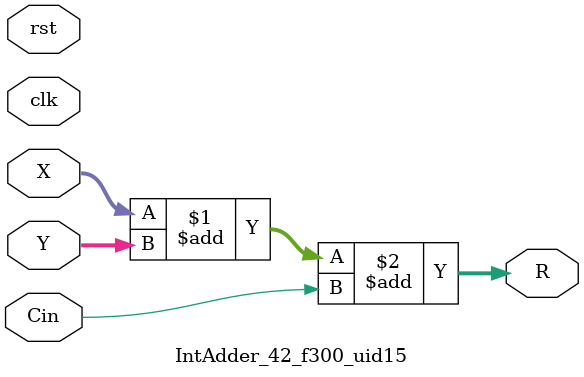
<source format=v>

module IntAdder_42_f300_uid15(clk, rst, X, Y, Cin, R);
   input         clk;
   input         rst;
   input [41:0]  X;
   input [41:0]  Y;
   input         Cin;
   output [41:0] R;
   /*
   always @(posedge clk)
      
         ;
   */
	assign R = X + Y + Cin;
   
endmodule

</source>
